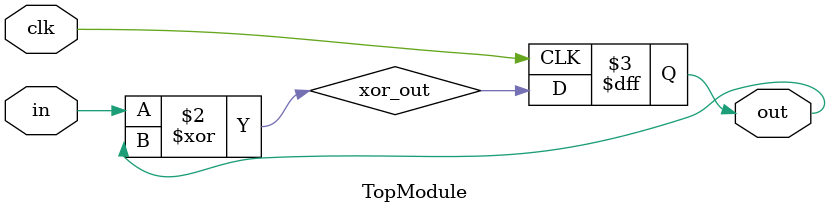
<source format=sv>


module TopModule (
  input clk,
  input in,
  output logic out
);

logic xor_out;

always_ff @(posedge clk) begin
    out <= xor_out;
end

assign xor_out = in ^ out;

endmodule

</source>
